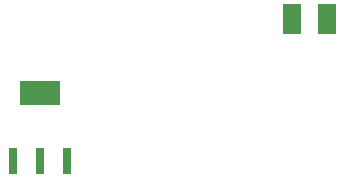
<source format=gbr>
G04 DipTrace 3.3.1.2*
G04 TopPaste.gbr*
%MOIN*%
G04 #@! TF.FileFunction,Paste,Top*
G04 #@! TF.Part,Single*
%ADD50R,0.13189X0.084646*%
%ADD52R,0.029528X0.088583*%
%ADD56R,0.062992X0.098425*%
%FSLAX26Y26*%
G04*
G70*
G90*
G75*
G01*
G04 TopPaste*
%LPD*%
D56*
X3579778Y3037496D3*
X3461668D3*
D52*
X2530623Y2562996D3*
X2621175D3*
X2711726D3*
D50*
X2621175Y2791343D3*
M02*

</source>
